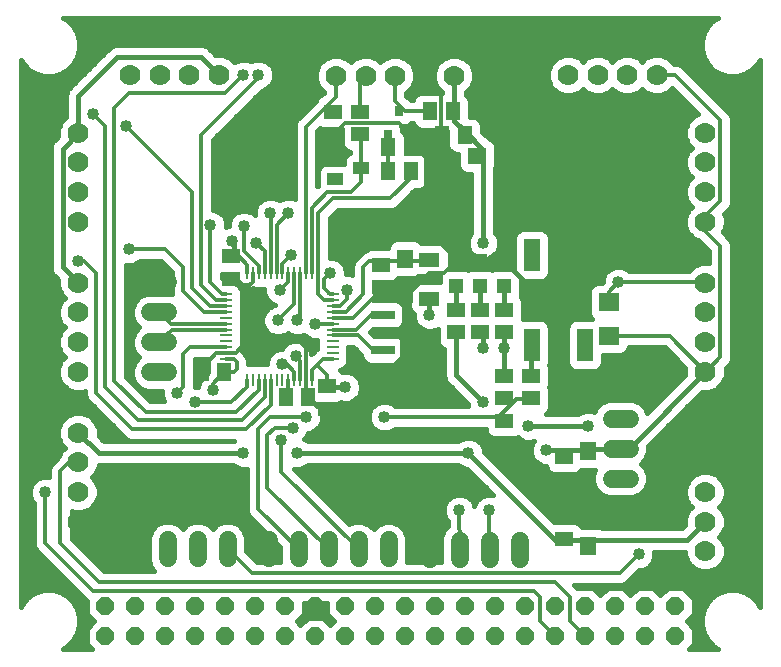
<source format=gtl>
G75*
G70*
%OFA0B0*%
%FSLAX24Y24*%
%IPPOS*%
%LPD*%
%AMOC8*
5,1,8,0,0,1.08239X$1,22.5*
%
%ADD10R,0.0512X0.0591*%
%ADD11R,0.0310X0.0350*%
%ADD12R,0.0630X0.0551*%
%ADD13C,0.0600*%
%ADD14R,0.0394X0.0079*%
%ADD15R,0.0079X0.0394*%
%ADD16R,0.0591X0.0512*%
%ADD17R,0.0551X0.0630*%
%ADD18R,0.0709X0.0472*%
%ADD19R,0.0710X0.0630*%
%ADD20C,0.0700*%
%ADD21R,0.0472X0.0472*%
%ADD22R,0.0787X0.0315*%
%ADD23OC8,0.0600*%
%ADD24R,0.0551X0.0394*%
%ADD25R,0.0551X0.1102*%
%ADD26C,0.0120*%
%ADD27C,0.0400*%
%ADD28C,0.0160*%
%ADD29C,0.0357*%
D10*
X009738Y009040D03*
X010486Y009040D03*
X007681Y009876D03*
X006933Y009876D03*
X013145Y016580D03*
X013893Y016580D03*
X013893Y017380D03*
X013145Y017380D03*
X014545Y018580D03*
X015293Y018580D03*
X014945Y017780D03*
X015693Y017780D03*
D11*
X013889Y017780D03*
X013129Y017780D03*
X013509Y018580D03*
D12*
X014928Y017080D03*
X016109Y017080D03*
D13*
X020594Y008338D02*
X021194Y008338D01*
X021194Y007338D02*
X020594Y007338D01*
X020594Y006338D02*
X021194Y006338D01*
X017521Y004265D02*
X017521Y003665D01*
X016521Y003665D02*
X016521Y004265D01*
X015521Y004265D02*
X015521Y003665D01*
X014521Y003665D02*
X014521Y004265D01*
X013156Y004273D02*
X013156Y003673D01*
X012156Y003673D02*
X012156Y004273D01*
X011156Y004273D02*
X011156Y003673D01*
X010156Y003673D02*
X010156Y004273D01*
X009156Y004273D02*
X009156Y003673D01*
X007791Y003680D02*
X007791Y004280D01*
X006791Y004280D02*
X006791Y003680D01*
X005791Y003680D02*
X005791Y004280D01*
X004791Y004280D02*
X004791Y003680D01*
X005219Y009880D02*
X005819Y009880D01*
X005819Y010880D02*
X005219Y010880D01*
X005219Y011880D02*
X005819Y011880D01*
X005819Y012880D02*
X005219Y012880D01*
D14*
X007750Y012485D03*
X007750Y012288D03*
X007750Y012091D03*
X007750Y011894D03*
X007750Y011697D03*
X007750Y011500D03*
X007750Y011304D03*
X007750Y011107D03*
X007750Y010910D03*
X007750Y010713D03*
X007750Y010516D03*
X007750Y010319D03*
X011293Y010319D03*
X011293Y010516D03*
X011293Y010713D03*
X011293Y010910D03*
X011293Y011107D03*
X011293Y011304D03*
X011293Y011500D03*
X011293Y011697D03*
X011293Y011894D03*
X011293Y012091D03*
X011293Y012288D03*
X011293Y012485D03*
D15*
X010604Y013174D03*
X010407Y013174D03*
X010211Y013174D03*
X010014Y013174D03*
X009817Y013174D03*
X009620Y013174D03*
X009423Y013174D03*
X009226Y013174D03*
X009030Y013174D03*
X008833Y013174D03*
X008636Y013174D03*
X008439Y013174D03*
X008439Y009630D03*
X008636Y009630D03*
X008833Y009630D03*
X009030Y009630D03*
X009226Y009630D03*
X009423Y009630D03*
X009620Y009630D03*
X009817Y009630D03*
X010014Y009630D03*
X010211Y009630D03*
X010407Y009630D03*
X010604Y009630D03*
D16*
X011096Y009414D03*
X011096Y008666D03*
X015419Y011206D03*
X015419Y011954D03*
X016219Y011954D03*
X016219Y011206D03*
X017019Y011206D03*
X017019Y011954D03*
X017019Y009754D03*
X017019Y009006D03*
X017019Y008254D03*
X017019Y007506D03*
X017919Y009006D03*
X017919Y009754D03*
X019019Y007054D03*
X019019Y006306D03*
X019019Y005054D03*
X019019Y004306D03*
X012919Y012706D03*
X012919Y013454D03*
X012219Y017806D03*
X012219Y018554D03*
X011319Y018554D03*
X011319Y017806D03*
X007898Y013745D03*
X007898Y012997D03*
D17*
X013719Y012489D03*
X013719Y013671D03*
X019819Y007271D03*
X019819Y006089D03*
X019819Y005271D03*
X019819Y004089D03*
D18*
X014517Y012332D03*
X014517Y013631D03*
D19*
X020496Y012214D03*
X020496Y011094D03*
D20*
X023719Y010888D03*
X023719Y009904D03*
X023719Y011872D03*
X023719Y012856D03*
X023719Y014904D03*
X023719Y015888D03*
X023719Y016872D03*
X023719Y017856D03*
X022095Y019780D03*
X021111Y019780D03*
X020127Y019780D03*
X019143Y019780D03*
X015341Y019767D03*
X014357Y019767D03*
X013372Y019767D03*
X012388Y019767D03*
X011404Y019767D03*
X007495Y019780D03*
X006511Y019780D03*
X005527Y019780D03*
X004543Y019780D03*
X002819Y017856D03*
X002819Y016872D03*
X002819Y015888D03*
X002819Y014904D03*
X002819Y012856D03*
X002819Y011872D03*
X002819Y010888D03*
X002819Y009904D03*
X002819Y007856D03*
X002819Y006872D03*
X002819Y005888D03*
X002819Y004904D03*
X023719Y004896D03*
X023719Y005880D03*
X023719Y006864D03*
X023719Y007849D03*
X023719Y003911D03*
D21*
X017019Y012767D03*
X016219Y012767D03*
X015419Y012767D03*
X015419Y013593D03*
X016219Y013593D03*
X017019Y013593D03*
D22*
X012967Y011796D03*
X012967Y011205D03*
X012967Y010615D03*
D23*
X012719Y002080D03*
X013719Y002080D03*
X014719Y002080D03*
X015719Y002080D03*
X016719Y002080D03*
X017719Y002080D03*
X018719Y002080D03*
X019719Y002080D03*
X020719Y002080D03*
X021719Y002080D03*
X022719Y002080D03*
X022719Y001080D03*
X021719Y001080D03*
X020719Y001080D03*
X019719Y001080D03*
X018719Y001080D03*
X017719Y001080D03*
X016719Y001080D03*
X015719Y001080D03*
X014719Y001080D03*
X013719Y001080D03*
X012719Y001080D03*
X011719Y001080D03*
X010719Y001080D03*
X009719Y001080D03*
X008719Y001080D03*
X007719Y001080D03*
X006719Y001080D03*
X005719Y001080D03*
X004719Y001080D03*
X003719Y001080D03*
X003719Y002080D03*
X004719Y002080D03*
X005719Y002080D03*
X006719Y002080D03*
X007719Y002080D03*
X008719Y002080D03*
X009719Y002080D03*
X010719Y002080D03*
X011719Y002080D03*
D24*
X011386Y016306D03*
X012252Y016680D03*
X011386Y017054D03*
D25*
X017933Y013776D03*
X019705Y013776D03*
X019705Y010784D03*
X017933Y010784D03*
D26*
X017919Y009006D02*
X017893Y008980D01*
X017419Y008980D01*
X017269Y008830D01*
X017093Y009006D01*
X017019Y009006D01*
X017019Y008980D01*
X017269Y008830D02*
X016819Y008380D01*
X016945Y008254D01*
X017019Y008254D01*
X017093Y008254D01*
X016819Y008380D02*
X013019Y008380D01*
X011819Y008580D02*
X011182Y008580D01*
X011096Y008666D01*
X011182Y008666D01*
X011126Y008666D02*
X011096Y008666D01*
X010860Y008666D01*
X010486Y009040D01*
X010407Y009119D01*
X010407Y009630D01*
X010407Y010691D01*
X010219Y010880D01*
X008419Y010880D01*
X008055Y010516D01*
X007750Y010516D01*
X007406Y010516D01*
X007159Y010270D01*
X007159Y009847D01*
X006933Y009876D01*
X007307Y009502D02*
X007681Y009876D01*
X007652Y009876D01*
X007681Y009876D02*
X007996Y009876D01*
X008095Y009975D01*
X008095Y010221D01*
X007996Y010319D01*
X007750Y010319D01*
X007750Y010713D02*
X006552Y010713D01*
X006319Y010480D01*
X006319Y009380D01*
X006119Y009180D01*
X006719Y008880D02*
X007919Y008880D01*
X008439Y009400D01*
X008439Y009630D01*
X008833Y009630D02*
X008833Y009294D01*
X008082Y008543D01*
X005056Y008543D01*
X004019Y009580D01*
X004019Y018680D01*
X004519Y019180D01*
X007719Y019180D01*
X008319Y019780D01*
X008819Y019780D02*
X008819Y019680D01*
X006919Y017780D01*
X006919Y012780D01*
X007404Y012295D01*
X007504Y012295D01*
X007504Y012288D01*
X007750Y012288D01*
X007750Y012485D02*
X007602Y012485D01*
X007602Y012497D01*
X007219Y012880D01*
X007219Y014780D01*
X008341Y014749D02*
X008341Y013912D01*
X008833Y013420D01*
X008833Y013174D01*
X009030Y013174D02*
X009030Y013910D01*
X008736Y014204D01*
X008163Y013745D02*
X007996Y013912D01*
X007898Y013745D02*
X008163Y013745D01*
X008439Y013469D01*
X008439Y013174D01*
X008636Y013174D02*
X008636Y012897D01*
X008419Y012680D01*
X008171Y012928D01*
X007898Y012928D01*
X007898Y012997D01*
X008419Y012680D02*
X008419Y010880D01*
X007750Y011304D02*
X005943Y011304D01*
X005519Y010880D01*
X005898Y011500D02*
X005519Y011880D01*
X005898Y011500D02*
X007750Y011500D01*
X007750Y011894D02*
X007005Y011894D01*
X006319Y012580D01*
X006319Y013380D01*
X005719Y013980D01*
X004519Y013980D01*
X003419Y013180D02*
X003019Y013580D01*
X002819Y013580D01*
X003419Y013180D02*
X003419Y009180D01*
X004619Y007980D01*
X008419Y007980D01*
X009226Y008787D01*
X009226Y009630D01*
X009030Y009630D02*
X009030Y009041D01*
X008268Y008280D01*
X004819Y008280D01*
X003719Y009380D01*
X003719Y018080D01*
X003319Y018480D01*
X004419Y018080D02*
X006619Y015880D01*
X006619Y012680D01*
X007208Y012091D01*
X007750Y012091D01*
X009226Y013174D02*
X009226Y015173D01*
X009219Y015180D01*
X009423Y014784D02*
X009819Y015180D01*
X009423Y014784D02*
X009423Y013174D01*
X009620Y013174D02*
X009620Y013481D01*
X009919Y013780D01*
X010014Y013174D02*
X010014Y012150D01*
X009472Y011608D01*
X010112Y011605D02*
X010211Y011704D01*
X010211Y013174D01*
X010407Y013174D02*
X010407Y018069D01*
X011069Y018730D01*
X011245Y018554D01*
X011319Y018554D01*
X011069Y018730D02*
X011404Y019065D01*
X011404Y019767D01*
X012219Y019598D02*
X012388Y019767D01*
X012219Y019598D02*
X012219Y018554D01*
X011719Y018180D02*
X013519Y018180D01*
X014119Y017580D01*
X014093Y017580D01*
X013893Y017380D01*
X013889Y017384D01*
X013889Y017780D01*
X013129Y017780D02*
X013129Y017380D01*
X013145Y017380D01*
X013129Y017380D02*
X013129Y016580D01*
X013145Y016580D01*
X013893Y016580D02*
X013893Y016354D01*
X013219Y015680D01*
X011319Y015680D01*
X010819Y015180D01*
X010819Y012480D01*
X011011Y012288D01*
X011293Y012288D01*
X011293Y012485D02*
X011214Y012485D01*
X011019Y012680D01*
X011019Y012980D01*
X011219Y013180D01*
X010604Y013174D02*
X010604Y015365D01*
X011119Y015880D01*
X011904Y015880D01*
X012252Y016228D01*
X012252Y016680D01*
X012252Y017773D01*
X012219Y017806D01*
X011719Y018180D02*
X011386Y017847D01*
X011352Y017847D01*
X011319Y017880D01*
X011319Y017806D01*
X011386Y017847D02*
X011386Y017054D01*
X013509Y018580D02*
X013519Y018580D01*
X013669Y018630D01*
X013372Y018926D01*
X013372Y019767D01*
X014357Y019767D02*
X014915Y019209D01*
X014915Y017776D01*
X014895Y017756D01*
X014895Y017754D01*
X014919Y017730D01*
X014945Y017756D01*
X014945Y017780D01*
X015693Y017780D02*
X015693Y017906D01*
X015341Y018580D02*
X015293Y018580D01*
X014545Y018580D02*
X013719Y018580D01*
X013669Y018630D01*
X014919Y017080D02*
X014928Y017080D01*
X016109Y017080D02*
X016319Y017080D01*
X014517Y013631D02*
X014519Y013629D01*
X014519Y013580D01*
X013719Y013580D01*
X013719Y013671D01*
X013719Y013580D02*
X012919Y013580D01*
X012919Y013454D01*
X012919Y013580D02*
X012519Y013580D01*
X012319Y013380D01*
X012319Y012480D01*
X011733Y011894D01*
X011293Y011894D01*
X011293Y011697D02*
X011982Y011697D01*
X012919Y012634D01*
X013819Y012634D01*
X013973Y012634D01*
X014519Y013180D01*
X015019Y013180D01*
X015419Y013580D01*
X015419Y013593D01*
X014517Y012332D02*
X014519Y012330D01*
X013819Y012634D02*
X013719Y012534D01*
X013719Y012489D01*
X012919Y012634D02*
X012919Y012706D01*
X012967Y011796D02*
X012573Y011796D01*
X012081Y011304D01*
X011293Y011304D01*
X011293Y011500D02*
X010739Y011500D01*
X010719Y011480D01*
X011293Y011107D02*
X012130Y011107D01*
X012622Y010615D01*
X012967Y010615D01*
X012967Y011205D02*
X013394Y011205D01*
X013619Y010980D01*
X013619Y010380D01*
X011819Y008580D01*
X011195Y008597D02*
X011126Y008666D01*
X010419Y008380D02*
X009219Y008380D01*
X008819Y007980D01*
X008819Y005310D01*
X010156Y003973D01*
X011156Y003973D02*
X009119Y006010D01*
X009119Y007780D01*
X009369Y008030D01*
X009969Y008030D01*
X009569Y007630D02*
X009569Y006560D01*
X012156Y003973D01*
X015521Y003978D02*
X015519Y005280D01*
X016519Y005280D02*
X016519Y003967D01*
X016521Y003965D01*
X015521Y003965D02*
X015521Y003978D01*
X018019Y002580D02*
X003319Y002580D01*
X001719Y004180D01*
X001719Y005880D01*
X002219Y006580D02*
X002519Y006880D01*
X002527Y006872D01*
X002819Y006872D01*
X002219Y006580D02*
X002219Y004180D01*
X003519Y002880D01*
X018719Y002880D01*
X019219Y002380D01*
X019219Y001580D01*
X019719Y001080D01*
X018719Y001080D02*
X018219Y001580D01*
X018219Y002380D01*
X018019Y002580D01*
X019019Y004306D02*
X019093Y004306D01*
X019119Y004280D01*
X019719Y004280D02*
X019828Y004171D01*
X019828Y004080D01*
X019819Y004089D01*
X019602Y005054D02*
X019819Y005271D01*
X021494Y003805D02*
X020869Y003180D01*
X008619Y003180D01*
X007819Y003980D01*
X007791Y003980D01*
X009738Y009040D02*
X009817Y009119D01*
X009817Y009630D01*
X010014Y009630D02*
X010014Y009885D01*
X009756Y010143D01*
X009619Y010143D01*
X010063Y010416D02*
X010211Y010269D01*
X010211Y009630D01*
X010604Y009630D02*
X010604Y009965D01*
X010769Y010130D01*
X011096Y009802D01*
X011096Y009414D01*
X011215Y009414D01*
X011264Y009365D01*
X011279Y009380D01*
X011264Y009365D02*
X011264Y009512D01*
X010769Y010130D02*
X010958Y010319D01*
X011293Y010319D01*
X011293Y012091D02*
X011539Y012091D01*
X011785Y012337D01*
X011785Y012632D01*
X009817Y012900D02*
X009534Y012618D01*
X009817Y012900D02*
X009817Y013174D01*
X007681Y009876D02*
X007681Y009857D01*
X007307Y009502D02*
X007307Y009284D01*
X019019Y007271D02*
X019019Y007054D01*
X020496Y011094D02*
X022528Y011094D01*
X023719Y009904D01*
X023743Y009904D01*
X024219Y010380D01*
X024219Y014080D01*
X023719Y014580D01*
X023719Y014904D01*
X023719Y015080D01*
X024219Y015580D01*
X024219Y018280D01*
X022719Y019780D01*
X022095Y019780D01*
X020819Y012880D02*
X020496Y012557D01*
X020496Y012214D01*
X020819Y012880D02*
X023695Y012880D01*
X023719Y012856D01*
D27*
X020819Y012880D03*
X018622Y012693D03*
X017019Y010680D03*
X016319Y010680D03*
X014519Y011780D03*
X011785Y012632D03*
X011219Y013180D03*
X009919Y013780D03*
X009534Y012618D03*
X009472Y011608D03*
X010112Y011605D03*
X010719Y011480D03*
X010063Y010416D03*
X009619Y010143D03*
X011719Y009380D03*
X013019Y008380D03*
X010419Y008380D03*
X009969Y008030D03*
X009569Y007630D03*
X010119Y007180D03*
X008319Y007180D03*
X006719Y008880D03*
X007307Y009284D03*
X006119Y009180D03*
X001719Y005880D03*
X002819Y013580D03*
X004519Y013980D03*
X007219Y014780D03*
X007947Y014256D03*
X008341Y014749D03*
X008736Y014204D03*
X009219Y015180D03*
X009819Y015180D03*
X004419Y018080D03*
X003319Y018480D03*
X008319Y019780D03*
X008819Y019780D03*
X016319Y014180D03*
X016319Y008880D03*
X017819Y008080D03*
X018419Y007280D03*
X019819Y008080D03*
X019319Y005680D03*
X021494Y003805D03*
X016519Y005280D03*
X015519Y005280D03*
X015819Y007180D03*
D28*
X002452Y000755D02*
X002296Y000665D01*
X003257Y000665D01*
X003099Y000823D01*
X003099Y001337D01*
X003342Y001580D01*
X003099Y001823D01*
X003099Y002263D01*
X002997Y002365D01*
X001504Y003858D01*
X001397Y003965D01*
X001339Y004104D01*
X001339Y005525D01*
X001278Y005585D01*
X001199Y005777D01*
X001199Y005983D01*
X001278Y006175D01*
X001424Y006321D01*
X001615Y006400D01*
X001822Y006400D01*
X001839Y006393D01*
X001839Y006656D01*
X001897Y006795D01*
X002179Y007077D01*
X002251Y007252D01*
X002364Y007364D01*
X002251Y007477D01*
X002149Y007723D01*
X002149Y007990D01*
X002251Y008236D01*
X002439Y008424D01*
X002686Y008526D01*
X002952Y008526D01*
X003198Y008424D01*
X003387Y008236D01*
X003489Y007990D01*
X003489Y007752D01*
X003661Y007580D01*
X007984Y007580D01*
X008004Y007600D01*
X004543Y007600D01*
X004404Y007658D01*
X003097Y008965D01*
X003039Y009104D01*
X003039Y009270D01*
X002952Y009234D01*
X002686Y009234D01*
X002439Y009336D01*
X002251Y009524D01*
X002149Y009770D01*
X002149Y010037D01*
X002251Y010283D01*
X002364Y010396D01*
X002251Y010508D01*
X002149Y010755D01*
X002149Y011021D01*
X002251Y011267D01*
X002364Y011380D01*
X002251Y011493D01*
X002149Y011739D01*
X002149Y012005D01*
X002251Y012252D01*
X002364Y012364D01*
X002251Y012477D01*
X002149Y012723D01*
X002149Y012961D01*
X002066Y013044D01*
X002066Y013044D01*
X001953Y013156D01*
X001893Y013303D01*
X001893Y017410D01*
X001953Y017557D01*
X002066Y017669D01*
X002066Y017669D01*
X002149Y017752D01*
X002149Y017990D01*
X002251Y018236D01*
X002419Y018404D01*
X002419Y019160D01*
X002480Y019307D01*
X003780Y020607D01*
X003892Y020719D01*
X004039Y020780D01*
X006975Y020780D01*
X007122Y020719D01*
X007391Y020450D01*
X007629Y020450D01*
X007875Y020348D01*
X008013Y020210D01*
X008024Y020221D01*
X008215Y020300D01*
X008422Y020300D01*
X008569Y020239D01*
X008715Y020300D01*
X008922Y020300D01*
X009113Y020221D01*
X009260Y020075D01*
X009339Y019883D01*
X009339Y019677D01*
X009260Y019485D01*
X009113Y019339D01*
X008946Y019270D01*
X007299Y017623D01*
X007299Y015300D01*
X007322Y015300D01*
X007513Y015221D01*
X007660Y015075D01*
X007739Y014883D01*
X007739Y014733D01*
X007821Y014767D01*
X007821Y014852D01*
X007900Y015043D01*
X008046Y015189D01*
X008237Y015269D01*
X008444Y015269D01*
X008635Y015189D01*
X008699Y015126D01*
X008699Y015283D01*
X008778Y015475D01*
X008924Y015621D01*
X009115Y015700D01*
X009322Y015700D01*
X009513Y015621D01*
X009519Y015615D01*
X009524Y015621D01*
X009715Y015700D01*
X009922Y015700D01*
X010027Y015656D01*
X010027Y018144D01*
X010085Y018284D01*
X010192Y018391D01*
X010724Y018922D01*
X010752Y018991D01*
X010842Y019081D01*
X010911Y019110D01*
X011012Y019211D01*
X010836Y019387D01*
X010734Y019634D01*
X010734Y019900D01*
X010836Y020147D01*
X011024Y020335D01*
X011271Y020437D01*
X011537Y020437D01*
X011783Y020335D01*
X011896Y020222D01*
X012009Y020335D01*
X012255Y020437D01*
X012521Y020437D01*
X012768Y020335D01*
X012880Y020222D01*
X012993Y020335D01*
X013239Y020437D01*
X013506Y020437D01*
X013752Y020335D01*
X013940Y020147D01*
X014042Y019900D01*
X014042Y019634D01*
X013940Y019387D01*
X013752Y019199D01*
X013752Y019084D01*
X013785Y019051D01*
X013845Y019026D01*
X013911Y018960D01*
X013978Y018960D01*
X014018Y019057D01*
X014108Y019147D01*
X014225Y019195D01*
X014864Y019195D01*
X014919Y019173D01*
X014941Y019182D01*
X014941Y019219D01*
X014773Y019387D01*
X014671Y019634D01*
X014671Y019900D01*
X014773Y020147D01*
X014961Y020335D01*
X015208Y020437D01*
X015474Y020437D01*
X015720Y020335D01*
X015909Y020147D01*
X016011Y019900D01*
X016011Y019634D01*
X015909Y019387D01*
X015741Y019219D01*
X015741Y019136D01*
X015820Y019057D01*
X015869Y018939D01*
X015869Y018395D01*
X016012Y018395D01*
X016130Y018347D01*
X016220Y018257D01*
X016269Y018139D01*
X016269Y017896D01*
X016490Y017675D01*
X016606Y017627D01*
X016696Y017537D01*
X016744Y017419D01*
X016744Y016741D01*
X016719Y016679D01*
X016719Y014515D01*
X016760Y014475D01*
X016839Y014283D01*
X016839Y014077D01*
X016760Y013885D01*
X016613Y013739D01*
X016422Y013660D01*
X016215Y013660D01*
X016024Y013739D01*
X015878Y013885D01*
X015799Y014077D01*
X015799Y014283D01*
X015878Y014475D01*
X015919Y014515D01*
X015919Y016484D01*
X015731Y016484D01*
X015613Y016533D01*
X015523Y016623D01*
X015475Y016741D01*
X015475Y017165D01*
X015373Y017165D01*
X015256Y017213D01*
X015166Y017303D01*
X015117Y017421D01*
X015117Y017916D01*
X015069Y017965D01*
X014973Y017965D01*
X014919Y017987D01*
X014864Y017965D01*
X014225Y017965D01*
X014108Y018013D01*
X014018Y018103D01*
X013978Y018200D01*
X013911Y018200D01*
X013845Y018134D01*
X013728Y018085D01*
X013576Y018085D01*
X013604Y018019D01*
X013604Y017925D01*
X013672Y017857D01*
X013721Y017739D01*
X013721Y017195D01*
X014212Y017195D01*
X014330Y017147D01*
X014420Y017057D01*
X014469Y016939D01*
X014469Y016221D01*
X014420Y016103D01*
X014330Y016013D01*
X014212Y015965D01*
X014041Y015965D01*
X013541Y015465D01*
X013541Y015465D01*
X013434Y015358D01*
X013295Y015300D01*
X011476Y015300D01*
X011199Y015023D01*
X011199Y013700D01*
X011322Y013700D01*
X011513Y013621D01*
X011660Y013475D01*
X011739Y013283D01*
X011739Y013152D01*
X011889Y013152D01*
X011939Y013132D01*
X011939Y013456D01*
X011997Y013595D01*
X012197Y013795D01*
X012304Y013902D01*
X012405Y013944D01*
X012442Y013981D01*
X012560Y014030D01*
X013123Y014030D01*
X013123Y014049D01*
X013172Y014167D01*
X013262Y014257D01*
X013380Y014306D01*
X014058Y014306D01*
X014176Y014257D01*
X014245Y014187D01*
X014935Y014187D01*
X015052Y014139D01*
X015142Y014049D01*
X015191Y013931D01*
X015191Y013331D01*
X015187Y013323D01*
X015719Y013323D01*
X015819Y013281D01*
X015919Y013323D01*
X016519Y013323D01*
X016619Y013281D01*
X016719Y013323D01*
X017319Y013323D01*
X017337Y013315D01*
X017337Y014391D01*
X017386Y014509D01*
X017476Y014599D01*
X017594Y014647D01*
X018272Y014647D01*
X018390Y014599D01*
X018480Y014509D01*
X018529Y014391D01*
X018529Y013161D01*
X018480Y013044D01*
X018390Y012954D01*
X018272Y012905D01*
X017594Y012905D01*
X017575Y012913D01*
X017575Y012467D01*
X017556Y012421D01*
X017585Y012391D01*
X017634Y012274D01*
X017634Y011655D01*
X018272Y011655D01*
X018390Y011606D01*
X018480Y011516D01*
X018529Y011399D01*
X018529Y010169D01*
X018512Y010128D01*
X018534Y010074D01*
X018534Y009434D01*
X018512Y009380D01*
X018534Y009326D01*
X018534Y008686D01*
X018485Y008569D01*
X018397Y008480D01*
X019484Y008480D01*
X019524Y008521D01*
X019715Y008600D01*
X019922Y008600D01*
X020015Y008561D01*
X020069Y008689D01*
X020243Y008864D01*
X020471Y008958D01*
X021317Y008958D01*
X021545Y008864D01*
X021720Y008689D01*
X021784Y008534D01*
X023049Y009799D01*
X023049Y010036D01*
X022371Y010714D01*
X021170Y010714D01*
X021122Y010598D01*
X021032Y010508D01*
X020915Y010459D01*
X020300Y010459D01*
X020300Y010169D01*
X020252Y010051D01*
X020162Y009961D01*
X020044Y009913D01*
X019365Y009913D01*
X019248Y009961D01*
X019158Y010051D01*
X019109Y010169D01*
X019109Y011399D01*
X019158Y011516D01*
X019248Y011606D01*
X019365Y011655D01*
X019932Y011655D01*
X019870Y011718D01*
X019821Y011835D01*
X019821Y012592D01*
X019870Y012710D01*
X019960Y012800D01*
X020078Y012849D01*
X020250Y012849D01*
X020299Y012897D01*
X020299Y012983D01*
X020378Y013175D01*
X020524Y013321D01*
X020715Y013400D01*
X020922Y013400D01*
X021113Y013321D01*
X021174Y013260D01*
X023175Y013260D01*
X023339Y013424D01*
X023586Y013526D01*
X023839Y013526D01*
X023839Y013923D01*
X023504Y014258D01*
X023487Y014274D01*
X023339Y014336D01*
X023151Y014524D01*
X023049Y014770D01*
X023049Y015037D01*
X023151Y015283D01*
X023264Y015396D01*
X023151Y015508D01*
X023049Y015755D01*
X023049Y016021D01*
X023151Y016267D01*
X023264Y016380D01*
X023151Y016493D01*
X023049Y016739D01*
X023049Y017005D01*
X023151Y017252D01*
X023264Y017364D01*
X023151Y017477D01*
X023049Y017723D01*
X023049Y017990D01*
X023151Y018236D01*
X023339Y018424D01*
X023479Y018482D01*
X022612Y019349D01*
X022475Y019212D01*
X022229Y019110D01*
X021962Y019110D01*
X021716Y019212D01*
X021603Y019325D01*
X021491Y019212D01*
X021244Y019110D01*
X020978Y019110D01*
X020732Y019212D01*
X020619Y019325D01*
X020506Y019212D01*
X020260Y019110D01*
X019994Y019110D01*
X019747Y019212D01*
X019635Y019325D01*
X019522Y019212D01*
X019276Y019110D01*
X019009Y019110D01*
X018763Y019212D01*
X018575Y019400D01*
X018473Y019647D01*
X018473Y019913D01*
X018575Y020160D01*
X018763Y020348D01*
X019009Y020450D01*
X019276Y020450D01*
X019522Y020348D01*
X019635Y020235D01*
X019747Y020348D01*
X019994Y020450D01*
X020260Y020450D01*
X020506Y020348D01*
X020619Y020235D01*
X020732Y020348D01*
X020978Y020450D01*
X021244Y020450D01*
X021491Y020348D01*
X021603Y020235D01*
X021716Y020348D01*
X021962Y020450D01*
X022229Y020450D01*
X022475Y020348D01*
X022663Y020160D01*
X022795Y020160D01*
X022934Y020102D01*
X023041Y019995D01*
X024541Y018495D01*
X024599Y018356D01*
X024599Y015504D01*
X024541Y015365D01*
X024434Y015258D01*
X024337Y015161D01*
X024389Y015037D01*
X024389Y014770D01*
X024294Y014542D01*
X024541Y014295D01*
X024599Y014156D01*
X024599Y010304D01*
X024541Y010165D01*
X024434Y010058D01*
X024389Y010013D01*
X024389Y009770D01*
X024287Y009524D01*
X024098Y009336D01*
X023852Y009234D01*
X023615Y009234D01*
X021814Y007433D01*
X021814Y007215D01*
X021720Y006987D01*
X021571Y006838D01*
X021720Y006689D01*
X021814Y006462D01*
X021814Y006215D01*
X021720Y005987D01*
X021545Y005813D01*
X021317Y005718D01*
X020471Y005718D01*
X020243Y005813D01*
X020069Y005987D01*
X019974Y006215D01*
X019974Y006462D01*
X020046Y006636D01*
X019593Y006636D01*
X019585Y006617D01*
X019495Y006527D01*
X019378Y006478D01*
X018660Y006478D01*
X018542Y006527D01*
X018452Y006617D01*
X018404Y006734D01*
X018404Y006760D01*
X018315Y006760D01*
X018124Y006839D01*
X017978Y006985D01*
X017899Y007177D01*
X017899Y007383D01*
X017978Y007575D01*
X017993Y007589D01*
X017922Y007560D01*
X017715Y007560D01*
X017524Y007639D01*
X017454Y007710D01*
X017378Y007678D01*
X016660Y007678D01*
X016542Y007727D01*
X016452Y007817D01*
X016404Y007934D01*
X016404Y008000D01*
X013374Y008000D01*
X013313Y007939D01*
X013122Y007860D01*
X012915Y007860D01*
X012724Y007939D01*
X012578Y008085D01*
X012499Y008277D01*
X012499Y008483D01*
X012578Y008675D01*
X012724Y008821D01*
X012915Y008900D01*
X013122Y008900D01*
X013313Y008821D01*
X013374Y008760D01*
X015806Y008760D01*
X015799Y008777D01*
X015799Y008834D01*
X015080Y009553D01*
X015019Y009700D01*
X015019Y010647D01*
X014942Y010679D01*
X014852Y010769D01*
X014804Y010886D01*
X014804Y011335D01*
X014622Y011260D01*
X014415Y011260D01*
X014224Y011339D01*
X014078Y011485D01*
X013999Y011677D01*
X013999Y011817D01*
X013981Y011824D01*
X013891Y011914D01*
X013842Y012032D01*
X013842Y012632D01*
X013891Y012749D01*
X013981Y012839D01*
X014099Y012888D01*
X014863Y012888D01*
X014863Y013066D01*
X014866Y013075D01*
X014153Y013075D01*
X014058Y013036D01*
X013493Y013036D01*
X013485Y013017D01*
X013395Y012927D01*
X013278Y012878D01*
X012699Y012878D01*
X012699Y012404D01*
X012645Y012273D01*
X013424Y012273D01*
X013542Y012225D01*
X013632Y012134D01*
X013680Y012017D01*
X013680Y011575D01*
X013632Y011457D01*
X013542Y011367D01*
X013424Y011318D01*
X012633Y011318D01*
X012544Y011230D01*
X012682Y011092D01*
X013424Y011092D01*
X013542Y011043D01*
X013632Y010953D01*
X013680Y010836D01*
X013680Y010394D01*
X013632Y010276D01*
X013542Y010186D01*
X013424Y010137D01*
X012509Y010137D01*
X012392Y010186D01*
X012302Y010276D01*
X012253Y010394D01*
X012253Y010446D01*
X011973Y010727D01*
X011810Y010727D01*
X011810Y010216D01*
X011761Y010099D01*
X011671Y010009D01*
X011554Y009960D01*
X011527Y009960D01*
X011573Y009941D01*
X011614Y009900D01*
X011615Y009900D01*
X011822Y009900D01*
X012013Y009821D01*
X012160Y009675D01*
X012239Y009483D01*
X012239Y009277D01*
X012160Y009085D01*
X012013Y008939D01*
X011822Y008860D01*
X011615Y008860D01*
X011562Y008882D01*
X011455Y008838D01*
X010738Y008838D01*
X010620Y008887D01*
X010530Y008977D01*
X010481Y009094D01*
X010481Y009122D01*
X010407Y009152D01*
X010314Y009114D01*
X010314Y008899D01*
X010315Y008900D01*
X010522Y008900D01*
X010713Y008821D01*
X010860Y008675D01*
X010939Y008483D01*
X010939Y008277D01*
X010860Y008085D01*
X010713Y007939D01*
X010522Y007860D01*
X010461Y007860D01*
X010410Y007735D01*
X010330Y007655D01*
X010413Y007621D01*
X010454Y007580D01*
X015484Y007580D01*
X015524Y007621D01*
X015715Y007700D01*
X015922Y007700D01*
X016113Y007621D01*
X016260Y007475D01*
X016339Y007283D01*
X016339Y007226D01*
X018683Y004882D01*
X019378Y004882D01*
X019495Y004833D01*
X019585Y004743D01*
X019593Y004724D01*
X020158Y004724D01*
X020265Y004680D01*
X022937Y004680D01*
X023049Y004791D01*
X023049Y005029D01*
X023151Y005275D01*
X023264Y005388D01*
X023151Y005500D01*
X023049Y005747D01*
X023049Y006013D01*
X023151Y006260D01*
X023339Y006448D01*
X023586Y006550D01*
X023852Y006550D01*
X024098Y006448D01*
X024287Y006260D01*
X024389Y006013D01*
X024389Y005747D01*
X024287Y005500D01*
X024174Y005388D01*
X024287Y005275D01*
X024389Y005029D01*
X024389Y004762D01*
X024287Y004516D01*
X024174Y004404D01*
X024287Y004291D01*
X024389Y004045D01*
X024389Y003778D01*
X024287Y003532D01*
X024098Y003343D01*
X023852Y003241D01*
X023586Y003241D01*
X023339Y003343D01*
X023151Y003532D01*
X023049Y003778D01*
X023049Y003880D01*
X022014Y003880D01*
X022014Y003701D01*
X021935Y003510D01*
X021789Y003364D01*
X021598Y003285D01*
X021512Y003285D01*
X021085Y002858D01*
X020945Y002800D01*
X019336Y002800D01*
X019449Y002687D01*
X019462Y002700D01*
X019976Y002700D01*
X020219Y002457D01*
X020462Y002700D01*
X020976Y002700D01*
X021219Y002457D01*
X021462Y002700D01*
X021976Y002700D01*
X022219Y002457D01*
X022462Y002700D01*
X022976Y002700D01*
X023339Y002337D01*
X023339Y001823D01*
X023096Y001580D01*
X023339Y001337D01*
X023339Y000823D01*
X023181Y000665D01*
X024141Y000665D01*
X023986Y000755D01*
X023794Y000947D01*
X023658Y001182D01*
X023588Y001444D01*
X023588Y001716D01*
X023658Y001978D01*
X023794Y002213D01*
X023986Y002405D01*
X024221Y002541D01*
X024483Y002611D01*
X024755Y002611D01*
X025017Y002541D01*
X025252Y002405D01*
X025444Y002213D01*
X025534Y002058D01*
X025534Y020302D01*
X025444Y020147D01*
X025252Y019955D01*
X025017Y019819D01*
X024755Y019749D01*
X024483Y019749D01*
X024221Y019819D01*
X023986Y019955D01*
X023794Y020147D01*
X023658Y020382D01*
X023588Y020644D01*
X023588Y020916D01*
X023658Y021178D01*
X023794Y021413D01*
X023986Y021605D01*
X024141Y021695D01*
X002296Y021695D01*
X002452Y021605D01*
X002644Y021413D01*
X002780Y021178D01*
X002850Y020916D01*
X002850Y020644D01*
X002780Y020382D01*
X002644Y020147D01*
X002452Y019955D01*
X002217Y019819D01*
X001955Y019749D01*
X001683Y019749D01*
X001421Y019819D01*
X001186Y019955D01*
X000994Y020147D01*
X000904Y020302D01*
X000904Y002058D01*
X000994Y002213D01*
X001186Y002405D01*
X001421Y002541D01*
X001683Y002611D01*
X001955Y002611D01*
X002217Y002541D01*
X002452Y002405D01*
X002644Y002213D01*
X002780Y001978D01*
X002850Y001716D01*
X002850Y001444D01*
X002780Y001182D01*
X002644Y000947D01*
X002452Y000755D01*
X002511Y000814D02*
X003108Y000814D01*
X003099Y000973D02*
X002659Y000973D01*
X002750Y001131D02*
X003099Y001131D01*
X003099Y001290D02*
X002809Y001290D01*
X002850Y001448D02*
X003210Y001448D01*
X003316Y001607D02*
X002850Y001607D01*
X002837Y001765D02*
X003157Y001765D01*
X003099Y001924D02*
X002794Y001924D01*
X002720Y002082D02*
X003099Y002082D01*
X003099Y002241D02*
X002617Y002241D01*
X002458Y002399D02*
X002963Y002399D01*
X002804Y002558D02*
X002155Y002558D01*
X002487Y002875D02*
X000904Y002875D01*
X000904Y003033D02*
X002329Y003033D01*
X002170Y003192D02*
X000904Y003192D01*
X000904Y003350D02*
X002012Y003350D01*
X001853Y003509D02*
X000904Y003509D01*
X000904Y003667D02*
X001695Y003667D01*
X001536Y003826D02*
X000904Y003826D01*
X000904Y003984D02*
X001389Y003984D01*
X001339Y004143D02*
X000904Y004143D01*
X000904Y004301D02*
X001339Y004301D01*
X001339Y004460D02*
X000904Y004460D01*
X000904Y004618D02*
X001339Y004618D01*
X001339Y004777D02*
X000904Y004777D01*
X000904Y004935D02*
X001339Y004935D01*
X001339Y005094D02*
X000904Y005094D01*
X000904Y005252D02*
X001339Y005252D01*
X001339Y005411D02*
X000904Y005411D01*
X000904Y005569D02*
X001295Y005569D01*
X001219Y005728D02*
X000904Y005728D01*
X000904Y005886D02*
X001199Y005886D01*
X001224Y006045D02*
X000904Y006045D01*
X000904Y006203D02*
X001307Y006203D01*
X001523Y006362D02*
X000904Y006362D01*
X000904Y006520D02*
X001839Y006520D01*
X001848Y006679D02*
X000904Y006679D01*
X000904Y006837D02*
X001939Y006837D01*
X002097Y006996D02*
X000904Y006996D01*
X000904Y007154D02*
X002210Y007154D01*
X002312Y007313D02*
X000904Y007313D01*
X000904Y007471D02*
X002257Y007471D01*
X002188Y007630D02*
X000904Y007630D01*
X000904Y007788D02*
X002149Y007788D01*
X002149Y007947D02*
X000904Y007947D01*
X000904Y008105D02*
X002197Y008105D01*
X002279Y008264D02*
X000904Y008264D01*
X000904Y008422D02*
X002437Y008422D01*
X003164Y008898D02*
X000904Y008898D01*
X000904Y009056D02*
X003059Y009056D01*
X003039Y009215D02*
X000904Y009215D01*
X000904Y009373D02*
X002402Y009373D01*
X002248Y009532D02*
X000904Y009532D01*
X000904Y009690D02*
X002182Y009690D01*
X002149Y009849D02*
X000904Y009849D01*
X000904Y010007D02*
X002149Y010007D01*
X002202Y010166D02*
X000904Y010166D01*
X000904Y010324D02*
X002292Y010324D01*
X002277Y010483D02*
X000904Y010483D01*
X000904Y010641D02*
X002196Y010641D01*
X002149Y010800D02*
X000904Y010800D01*
X000904Y010958D02*
X002149Y010958D01*
X002188Y011117D02*
X000904Y011117D01*
X000904Y011275D02*
X002259Y011275D01*
X002310Y011434D02*
X000904Y011434D01*
X000904Y011592D02*
X002210Y011592D01*
X002149Y011751D02*
X000904Y011751D01*
X000904Y011909D02*
X002149Y011909D01*
X002175Y012068D02*
X000904Y012068D01*
X000904Y012226D02*
X002240Y012226D01*
X002343Y012385D02*
X000904Y012385D01*
X000904Y012543D02*
X002224Y012543D01*
X002158Y012702D02*
X000904Y012702D01*
X000904Y012860D02*
X002149Y012860D01*
X002091Y013019D02*
X000904Y013019D01*
X000904Y013177D02*
X001945Y013177D01*
X001893Y013336D02*
X000904Y013336D01*
X000904Y013494D02*
X001893Y013494D01*
X001893Y013653D02*
X000904Y013653D01*
X000904Y013811D02*
X001893Y013811D01*
X001893Y013970D02*
X000904Y013970D01*
X000904Y014128D02*
X001893Y014128D01*
X001893Y014287D02*
X000904Y014287D01*
X000904Y014445D02*
X001893Y014445D01*
X001893Y014604D02*
X000904Y014604D01*
X000904Y014762D02*
X001893Y014762D01*
X001893Y014921D02*
X000904Y014921D01*
X000904Y015079D02*
X001893Y015079D01*
X001893Y015238D02*
X000904Y015238D01*
X000904Y015396D02*
X001893Y015396D01*
X001893Y015555D02*
X000904Y015555D01*
X000904Y015713D02*
X001893Y015713D01*
X001893Y015872D02*
X000904Y015872D01*
X000904Y016030D02*
X001893Y016030D01*
X001893Y016189D02*
X000904Y016189D01*
X000904Y016347D02*
X001893Y016347D01*
X001893Y016506D02*
X000904Y016506D01*
X000904Y016664D02*
X001893Y016664D01*
X001893Y016823D02*
X000904Y016823D01*
X000904Y016981D02*
X001893Y016981D01*
X001893Y017140D02*
X000904Y017140D01*
X000904Y017298D02*
X001893Y017298D01*
X001912Y017457D02*
X000904Y017457D01*
X000904Y017615D02*
X002012Y017615D01*
X002149Y017774D02*
X000904Y017774D01*
X000904Y017932D02*
X002149Y017932D01*
X002191Y018091D02*
X000904Y018091D01*
X000904Y018249D02*
X002264Y018249D01*
X002419Y018408D02*
X000904Y018408D01*
X000904Y018566D02*
X002419Y018566D01*
X002419Y018725D02*
X000904Y018725D01*
X000904Y018883D02*
X002419Y018883D01*
X002419Y019042D02*
X000904Y019042D01*
X000904Y019200D02*
X002436Y019200D01*
X002532Y019359D02*
X000904Y019359D01*
X000904Y019517D02*
X002690Y019517D01*
X002849Y019676D02*
X000904Y019676D01*
X000904Y019834D02*
X001395Y019834D01*
X001148Y019993D02*
X000904Y019993D01*
X000904Y020151D02*
X000991Y020151D01*
X002243Y019834D02*
X003007Y019834D01*
X003166Y019993D02*
X002490Y019993D01*
X002646Y020151D02*
X003324Y020151D01*
X003483Y020310D02*
X002738Y020310D01*
X002803Y020468D02*
X003641Y020468D01*
X003800Y020627D02*
X002845Y020627D01*
X002850Y020785D02*
X023588Y020785D01*
X023592Y020627D02*
X007214Y020627D01*
X007373Y020468D02*
X023635Y020468D01*
X023700Y020310D02*
X022513Y020310D01*
X022816Y020151D02*
X023791Y020151D01*
X023948Y019993D02*
X023044Y019993D01*
X023202Y019834D02*
X024195Y019834D01*
X023678Y019359D02*
X025534Y019359D01*
X025534Y019517D02*
X023519Y019517D01*
X023361Y019676D02*
X025534Y019676D01*
X025534Y019834D02*
X025043Y019834D01*
X025290Y019993D02*
X025534Y019993D01*
X025534Y020151D02*
X025446Y020151D01*
X025534Y019200D02*
X023836Y019200D01*
X023995Y019042D02*
X025534Y019042D01*
X025534Y018883D02*
X024153Y018883D01*
X024312Y018725D02*
X025534Y018725D01*
X025534Y018566D02*
X024470Y018566D01*
X024577Y018408D02*
X025534Y018408D01*
X025534Y018249D02*
X024599Y018249D01*
X024599Y018091D02*
X025534Y018091D01*
X025534Y017932D02*
X024599Y017932D01*
X024599Y017774D02*
X025534Y017774D01*
X025534Y017615D02*
X024599Y017615D01*
X024599Y017457D02*
X025534Y017457D01*
X025534Y017298D02*
X024599Y017298D01*
X024599Y017140D02*
X025534Y017140D01*
X025534Y016981D02*
X024599Y016981D01*
X024599Y016823D02*
X025534Y016823D01*
X025534Y016664D02*
X024599Y016664D01*
X024599Y016506D02*
X025534Y016506D01*
X025534Y016347D02*
X024599Y016347D01*
X024599Y016189D02*
X025534Y016189D01*
X025534Y016030D02*
X024599Y016030D01*
X024599Y015872D02*
X025534Y015872D01*
X025534Y015713D02*
X024599Y015713D01*
X024599Y015555D02*
X025534Y015555D01*
X025534Y015396D02*
X024554Y015396D01*
X024414Y015238D02*
X025534Y015238D01*
X025534Y015079D02*
X024371Y015079D01*
X024389Y014921D02*
X025534Y014921D01*
X025534Y014762D02*
X024385Y014762D01*
X024320Y014604D02*
X025534Y014604D01*
X025534Y014445D02*
X024391Y014445D01*
X024545Y014287D02*
X025534Y014287D01*
X025534Y014128D02*
X024599Y014128D01*
X024599Y013970D02*
X025534Y013970D01*
X025534Y013811D02*
X024599Y013811D01*
X024599Y013653D02*
X025534Y013653D01*
X025534Y013494D02*
X024599Y013494D01*
X024599Y013336D02*
X025534Y013336D01*
X025534Y013177D02*
X024599Y013177D01*
X024599Y013019D02*
X025534Y013019D01*
X025534Y012860D02*
X024599Y012860D01*
X024599Y012702D02*
X025534Y012702D01*
X025534Y012543D02*
X024599Y012543D01*
X024599Y012385D02*
X025534Y012385D01*
X025534Y012226D02*
X024599Y012226D01*
X024599Y012068D02*
X025534Y012068D01*
X025534Y011909D02*
X024599Y011909D01*
X024599Y011751D02*
X025534Y011751D01*
X025534Y011592D02*
X024599Y011592D01*
X024599Y011434D02*
X025534Y011434D01*
X025534Y011275D02*
X024599Y011275D01*
X024599Y011117D02*
X025534Y011117D01*
X025534Y010958D02*
X024599Y010958D01*
X024599Y010800D02*
X025534Y010800D01*
X025534Y010641D02*
X024599Y010641D01*
X024599Y010483D02*
X025534Y010483D01*
X025534Y010324D02*
X024599Y010324D01*
X024541Y010166D02*
X025534Y010166D01*
X025534Y010007D02*
X024389Y010007D01*
X024389Y009849D02*
X025534Y009849D01*
X025534Y009690D02*
X024356Y009690D01*
X024290Y009532D02*
X025534Y009532D01*
X025534Y009373D02*
X024136Y009373D01*
X023595Y009215D02*
X025534Y009215D01*
X025534Y009056D02*
X023437Y009056D01*
X023278Y008898D02*
X025534Y008898D01*
X025534Y008739D02*
X023120Y008739D01*
X022961Y008581D02*
X025534Y008581D01*
X025534Y008422D02*
X022803Y008422D01*
X022644Y008264D02*
X025534Y008264D01*
X025534Y008105D02*
X022486Y008105D01*
X022327Y007947D02*
X025534Y007947D01*
X025534Y007788D02*
X022169Y007788D01*
X022010Y007630D02*
X025534Y007630D01*
X025534Y007471D02*
X021852Y007471D01*
X021814Y007313D02*
X025534Y007313D01*
X025534Y007154D02*
X021789Y007154D01*
X021723Y006996D02*
X025534Y006996D01*
X025534Y006837D02*
X021572Y006837D01*
X021724Y006679D02*
X025534Y006679D01*
X025534Y006520D02*
X023925Y006520D01*
X024185Y006362D02*
X025534Y006362D01*
X025534Y006203D02*
X024310Y006203D01*
X024376Y006045D02*
X025534Y006045D01*
X025534Y005886D02*
X024389Y005886D01*
X024381Y005728D02*
X025534Y005728D01*
X025534Y005569D02*
X024315Y005569D01*
X024197Y005411D02*
X025534Y005411D01*
X025534Y005252D02*
X024297Y005252D01*
X024362Y005094D02*
X025534Y005094D01*
X025534Y004935D02*
X024389Y004935D01*
X024389Y004777D02*
X025534Y004777D01*
X025534Y004618D02*
X024329Y004618D01*
X024230Y004460D02*
X025534Y004460D01*
X025534Y004301D02*
X024277Y004301D01*
X024348Y004143D02*
X025534Y004143D01*
X025534Y003984D02*
X024389Y003984D01*
X024389Y003826D02*
X025534Y003826D01*
X025534Y003667D02*
X024343Y003667D01*
X024263Y003509D02*
X025534Y003509D01*
X025534Y003350D02*
X024105Y003350D01*
X023333Y003350D02*
X021755Y003350D01*
X021933Y003509D02*
X023174Y003509D01*
X023095Y003667D02*
X022000Y003667D01*
X022014Y003826D02*
X023049Y003826D01*
X023103Y004280D02*
X023719Y004896D01*
X023049Y004935D02*
X018630Y004935D01*
X018471Y005094D02*
X023076Y005094D01*
X023141Y005252D02*
X018313Y005252D01*
X018154Y005411D02*
X023241Y005411D01*
X023123Y005569D02*
X017996Y005569D01*
X017837Y005728D02*
X020448Y005728D01*
X020170Y005886D02*
X017679Y005886D01*
X017520Y006045D02*
X020045Y006045D01*
X019979Y006203D02*
X017362Y006203D01*
X017203Y006362D02*
X019974Y006362D01*
X019998Y006520D02*
X019479Y006520D01*
X019728Y006089D02*
X019319Y005680D01*
X022535Y005680D01*
X023719Y006864D01*
X023719Y007849D01*
X022306Y009056D02*
X018534Y009056D01*
X018534Y008898D02*
X020324Y008898D01*
X020118Y008739D02*
X018534Y008739D01*
X018490Y008581D02*
X019668Y008581D01*
X019969Y008581D02*
X020023Y008581D01*
X019819Y008080D02*
X017819Y008080D01*
X017548Y007630D02*
X016093Y007630D01*
X016261Y007471D02*
X017935Y007471D01*
X017899Y007313D02*
X016327Y007313D01*
X016411Y007154D02*
X017908Y007154D01*
X017974Y006996D02*
X016569Y006996D01*
X016728Y006837D02*
X018130Y006837D01*
X018427Y006679D02*
X016886Y006679D01*
X017045Y006520D02*
X018559Y006520D01*
X018693Y006306D02*
X017693Y006306D01*
X016769Y007230D01*
X016119Y007880D01*
X012519Y007880D01*
X011819Y008580D01*
X011913Y008898D02*
X012909Y008898D01*
X013128Y008898D02*
X015736Y008898D01*
X015577Y009056D02*
X012130Y009056D01*
X012213Y009215D02*
X015419Y009215D01*
X015260Y009373D02*
X012239Y009373D01*
X012219Y009532D02*
X015102Y009532D01*
X015023Y009690D02*
X012144Y009690D01*
X011947Y009849D02*
X015019Y009849D01*
X015019Y010007D02*
X011667Y010007D01*
X011789Y010166D02*
X012441Y010166D01*
X012282Y010324D02*
X011810Y010324D01*
X011810Y010483D02*
X012217Y010483D01*
X012058Y010641D02*
X011810Y010641D01*
X012658Y011117D02*
X014804Y011117D01*
X014804Y011275D02*
X014659Y011275D01*
X014379Y011275D02*
X012590Y011275D01*
X013608Y011434D02*
X014130Y011434D01*
X014034Y011592D02*
X013680Y011592D01*
X013680Y011751D02*
X013999Y011751D01*
X013896Y011909D02*
X013680Y011909D01*
X013659Y012068D02*
X013842Y012068D01*
X013842Y012226D02*
X013538Y012226D01*
X013842Y012385D02*
X012691Y012385D01*
X012699Y012543D02*
X013842Y012543D01*
X013871Y012702D02*
X012699Y012702D01*
X012699Y012860D02*
X014031Y012860D01*
X013486Y013019D02*
X014863Y013019D01*
X015191Y013336D02*
X017337Y013336D01*
X017337Y013494D02*
X015191Y013494D01*
X015191Y013653D02*
X017337Y013653D01*
X017337Y013811D02*
X016685Y013811D01*
X016795Y013970D02*
X017337Y013970D01*
X017337Y014128D02*
X016839Y014128D01*
X016838Y014287D02*
X017337Y014287D01*
X017360Y014445D02*
X016772Y014445D01*
X016719Y014604D02*
X017488Y014604D01*
X016719Y014762D02*
X023052Y014762D01*
X023049Y014921D02*
X016719Y014921D01*
X016719Y015079D02*
X023066Y015079D01*
X023132Y015238D02*
X016719Y015238D01*
X016719Y015396D02*
X023263Y015396D01*
X023132Y015555D02*
X016719Y015555D01*
X016719Y015713D02*
X023066Y015713D01*
X023049Y015872D02*
X016719Y015872D01*
X016719Y016030D02*
X023053Y016030D01*
X023118Y016189D02*
X016719Y016189D01*
X016719Y016347D02*
X023231Y016347D01*
X023146Y016506D02*
X016719Y016506D01*
X016719Y016664D02*
X023080Y016664D01*
X023049Y016823D02*
X016744Y016823D01*
X016744Y016981D02*
X023049Y016981D01*
X023104Y017140D02*
X016744Y017140D01*
X016744Y017298D02*
X023197Y017298D01*
X023171Y017457D02*
X016729Y017457D01*
X016618Y017615D02*
X023094Y017615D01*
X023049Y017774D02*
X016391Y017774D01*
X016269Y017932D02*
X023049Y017932D01*
X023091Y018091D02*
X016269Y018091D01*
X016223Y018249D02*
X023164Y018249D01*
X023323Y018408D02*
X015869Y018408D01*
X015869Y018566D02*
X023395Y018566D01*
X023237Y018725D02*
X015869Y018725D01*
X015869Y018883D02*
X023078Y018883D01*
X022920Y019042D02*
X015826Y019042D01*
X015741Y019200D02*
X018792Y019200D01*
X018616Y019359D02*
X015880Y019359D01*
X015963Y019517D02*
X018526Y019517D01*
X018473Y019676D02*
X016011Y019676D01*
X016011Y019834D02*
X018473Y019834D01*
X018505Y019993D02*
X015973Y019993D01*
X015904Y020151D02*
X018571Y020151D01*
X018725Y020310D02*
X015746Y020310D01*
X015341Y019767D02*
X015341Y018580D01*
X015341Y018258D01*
X015693Y017906D01*
X016319Y017280D01*
X016319Y017080D01*
X016319Y014180D01*
X015953Y013811D02*
X015191Y013811D01*
X015175Y013970D02*
X015843Y013970D01*
X015799Y014128D02*
X015063Y014128D01*
X015419Y013680D02*
X014419Y014680D01*
X014419Y017080D01*
X014919Y017080D01*
X014928Y017080D02*
X014928Y017763D01*
X014945Y017780D01*
X015117Y017774D02*
X013706Y017774D01*
X013721Y017615D02*
X015117Y017615D01*
X015117Y017457D02*
X013721Y017457D01*
X013721Y017298D02*
X015171Y017298D01*
X015475Y017140D02*
X014337Y017140D01*
X014419Y017080D02*
X014419Y017280D01*
X014119Y017580D01*
X013604Y017932D02*
X015101Y017932D01*
X015475Y016981D02*
X014451Y016981D01*
X014469Y016823D02*
X015475Y016823D01*
X015506Y016664D02*
X014469Y016664D01*
X014469Y016506D02*
X015680Y016506D01*
X015919Y016347D02*
X014469Y016347D01*
X014455Y016189D02*
X015919Y016189D01*
X015919Y016030D02*
X014347Y016030D01*
X013948Y015872D02*
X015919Y015872D01*
X015919Y015713D02*
X013789Y015713D01*
X013631Y015555D02*
X015919Y015555D01*
X015919Y015396D02*
X013472Y015396D01*
X013334Y014287D02*
X011199Y014287D01*
X011199Y014445D02*
X015866Y014445D01*
X015919Y014604D02*
X011199Y014604D01*
X011199Y014762D02*
X015919Y014762D01*
X015919Y014921D02*
X011199Y014921D01*
X011255Y015079D02*
X015919Y015079D01*
X015919Y015238D02*
X011414Y015238D01*
X010787Y016086D02*
X010787Y017911D01*
X010885Y018009D01*
X010960Y017978D01*
X011604Y017978D01*
X011604Y017486D01*
X011652Y017369D01*
X011742Y017279D01*
X011860Y017230D01*
X011872Y017230D01*
X011872Y017180D01*
X011795Y017148D01*
X011705Y017058D01*
X011656Y016941D01*
X011656Y016823D01*
X011047Y016823D01*
X010929Y016774D01*
X010839Y016684D01*
X010790Y016566D01*
X010790Y016089D01*
X010787Y016086D01*
X010787Y016189D02*
X010790Y016189D01*
X010787Y016347D02*
X010790Y016347D01*
X010787Y016506D02*
X010790Y016506D01*
X010787Y016664D02*
X010831Y016664D01*
X010787Y016823D02*
X011046Y016823D01*
X010787Y016981D02*
X011673Y016981D01*
X011787Y017140D02*
X010787Y017140D01*
X010787Y017298D02*
X011723Y017298D01*
X011616Y017457D02*
X010787Y017457D01*
X010787Y017615D02*
X011604Y017615D01*
X011604Y017774D02*
X010787Y017774D01*
X010808Y017932D02*
X011604Y017932D01*
X010526Y018725D02*
X008401Y018725D01*
X008559Y018883D02*
X010685Y018883D01*
X010803Y019042D02*
X008718Y019042D01*
X008876Y019200D02*
X011002Y019200D01*
X010865Y019359D02*
X009133Y019359D01*
X009273Y019517D02*
X010782Y019517D01*
X010734Y019676D02*
X009338Y019676D01*
X009339Y019834D02*
X010734Y019834D01*
X010772Y019993D02*
X009294Y019993D01*
X009183Y020151D02*
X010840Y020151D01*
X010999Y020310D02*
X007913Y020310D01*
X007495Y019780D02*
X006895Y020380D01*
X004119Y020380D01*
X002819Y019080D01*
X002819Y017856D01*
X002293Y017330D01*
X002293Y013383D01*
X002819Y012856D01*
X004399Y012860D02*
X005939Y012860D01*
X005939Y012702D02*
X004399Y012702D01*
X004399Y012543D02*
X005939Y012543D01*
X005939Y012504D02*
X005941Y012500D01*
X005096Y012500D01*
X004868Y012406D01*
X004693Y012231D01*
X004599Y012003D01*
X004599Y011757D01*
X004693Y011529D01*
X004842Y011380D01*
X004693Y011231D01*
X004599Y011003D01*
X004599Y010757D01*
X004693Y010529D01*
X004842Y010380D01*
X004693Y010231D01*
X004599Y010003D01*
X004599Y009757D01*
X004693Y009529D01*
X004868Y009354D01*
X005096Y009260D01*
X005599Y009260D01*
X005599Y009077D01*
X005663Y008923D01*
X005213Y008923D01*
X004399Y009737D01*
X004399Y013467D01*
X004415Y013460D01*
X004622Y013460D01*
X004813Y013539D01*
X004874Y013600D01*
X005562Y013600D01*
X005939Y013223D01*
X005939Y012504D01*
X005939Y013019D02*
X004399Y013019D01*
X004399Y013177D02*
X005939Y013177D01*
X005826Y013336D02*
X004399Y013336D01*
X004704Y013494D02*
X005667Y013494D01*
X004847Y012385D02*
X004399Y012385D01*
X004399Y012226D02*
X004691Y012226D01*
X004626Y012068D02*
X004399Y012068D01*
X004399Y011909D02*
X004599Y011909D01*
X004601Y011751D02*
X004399Y011751D01*
X004399Y011592D02*
X004667Y011592D01*
X004789Y011434D02*
X004399Y011434D01*
X004399Y011275D02*
X004737Y011275D01*
X004646Y011117D02*
X004399Y011117D01*
X004399Y010958D02*
X004599Y010958D01*
X004599Y010800D02*
X004399Y010800D01*
X004399Y010641D02*
X004647Y010641D01*
X004740Y010483D02*
X004399Y010483D01*
X004399Y010324D02*
X004786Y010324D01*
X004666Y010166D02*
X004399Y010166D01*
X004399Y010007D02*
X004600Y010007D01*
X004599Y009849D02*
X004399Y009849D01*
X004446Y009690D02*
X004627Y009690D01*
X004605Y009532D02*
X004692Y009532D01*
X004763Y009373D02*
X004849Y009373D01*
X004922Y009215D02*
X005599Y009215D01*
X005607Y009056D02*
X005080Y009056D01*
X004115Y007947D02*
X003489Y007947D01*
X003489Y007788D02*
X004274Y007788D01*
X004472Y007630D02*
X003611Y007630D01*
X003495Y007180D02*
X008319Y007180D01*
X007984Y006780D02*
X008024Y006739D01*
X008215Y006660D01*
X008422Y006660D01*
X008439Y006667D01*
X008439Y005234D01*
X008497Y005095D01*
X008604Y004988D01*
X009536Y004056D01*
X009536Y003560D01*
X008776Y003560D01*
X008411Y003925D01*
X008411Y004403D01*
X008317Y004631D01*
X008142Y004805D01*
X007914Y004900D01*
X007668Y004900D01*
X007440Y004805D01*
X007291Y004656D01*
X007142Y004805D01*
X006914Y004900D01*
X006668Y004900D01*
X006440Y004805D01*
X006291Y004656D01*
X006142Y004805D01*
X005914Y004900D01*
X005668Y004900D01*
X005440Y004805D01*
X005265Y004631D01*
X005171Y004403D01*
X005171Y003556D01*
X005265Y003328D01*
X005334Y003260D01*
X003676Y003260D01*
X002599Y004337D01*
X002599Y005254D01*
X002686Y005218D01*
X002952Y005218D01*
X003198Y005320D01*
X003387Y005508D01*
X003489Y005755D01*
X003489Y006021D01*
X003387Y006267D01*
X003274Y006380D01*
X003387Y006493D01*
X003489Y006739D01*
X003489Y006780D01*
X007984Y006780D01*
X008171Y006679D02*
X003464Y006679D01*
X003398Y006520D02*
X008439Y006520D01*
X008439Y006362D02*
X003293Y006362D01*
X003414Y006203D02*
X008439Y006203D01*
X008439Y006045D02*
X003479Y006045D01*
X003489Y005886D02*
X008439Y005886D01*
X008439Y005728D02*
X003478Y005728D01*
X003412Y005569D02*
X008439Y005569D01*
X008439Y005411D02*
X003289Y005411D01*
X003035Y005252D02*
X008439Y005252D01*
X008498Y005094D02*
X002599Y005094D01*
X002599Y005252D02*
X002603Y005252D01*
X002599Y004935D02*
X008656Y004935D01*
X008604Y004988D02*
X008604Y004988D01*
X008815Y004777D02*
X008171Y004777D01*
X008322Y004618D02*
X008973Y004618D01*
X009132Y004460D02*
X008388Y004460D01*
X008411Y004301D02*
X009290Y004301D01*
X009449Y004143D02*
X008411Y004143D01*
X008411Y003984D02*
X009536Y003984D01*
X009536Y003826D02*
X008511Y003826D01*
X008669Y003667D02*
X009536Y003667D01*
X010339Y002200D02*
X011099Y002200D01*
X011099Y001823D01*
X011342Y001580D01*
X011219Y001457D01*
X010976Y001700D01*
X010462Y001700D01*
X010219Y001457D01*
X010096Y001580D01*
X010339Y001823D01*
X010339Y002200D01*
X010339Y002082D02*
X011099Y002082D01*
X011099Y001924D02*
X010339Y001924D01*
X010281Y001765D02*
X011157Y001765D01*
X011069Y001607D02*
X011316Y001607D01*
X010369Y001607D02*
X010122Y001607D01*
X012656Y004650D02*
X012507Y004799D01*
X012279Y004893D01*
X012033Y004893D01*
X011849Y004817D01*
X010000Y006667D01*
X010015Y006660D01*
X010222Y006660D01*
X010413Y006739D01*
X010454Y006780D01*
X015484Y006780D01*
X015524Y006739D01*
X015715Y006660D01*
X015773Y006660D01*
X016641Y005792D01*
X016622Y005800D01*
X016415Y005800D01*
X016224Y005721D01*
X016078Y005575D01*
X016019Y005432D01*
X015960Y005575D01*
X015813Y005721D01*
X015622Y005800D01*
X015415Y005800D01*
X015224Y005721D01*
X015078Y005575D01*
X014999Y005383D01*
X014999Y005177D01*
X015078Y004985D01*
X015140Y004924D01*
X015140Y004760D01*
X014996Y004616D01*
X014901Y004388D01*
X014901Y003560D01*
X013776Y003560D01*
X013776Y004396D01*
X013682Y004624D01*
X013507Y004799D01*
X013279Y004893D01*
X013033Y004893D01*
X012805Y004799D01*
X012656Y004650D01*
X012529Y004777D02*
X012783Y004777D01*
X013529Y004777D02*
X015140Y004777D01*
X015129Y004935D02*
X011731Y004935D01*
X011573Y005094D02*
X015033Y005094D01*
X014999Y005252D02*
X011414Y005252D01*
X011256Y005411D02*
X015010Y005411D01*
X015076Y005569D02*
X011097Y005569D01*
X010939Y005728D02*
X015240Y005728D01*
X015797Y005728D02*
X016240Y005728D01*
X016076Y005569D02*
X015962Y005569D01*
X016389Y006045D02*
X010622Y006045D01*
X010463Y006203D02*
X016230Y006203D01*
X016072Y006362D02*
X010305Y006362D01*
X010146Y006520D02*
X015913Y006520D01*
X015671Y006679D02*
X010267Y006679D01*
X010119Y007180D02*
X015819Y007180D01*
X018719Y004280D01*
X019119Y004280D01*
X019719Y004280D01*
X023103Y004280D01*
X023034Y004777D02*
X019552Y004777D01*
X019728Y005271D02*
X019319Y005680D01*
X018869Y006130D01*
X018869Y006156D01*
X019019Y006306D01*
X018869Y006130D02*
X018693Y006306D01*
X019319Y005680D02*
X019019Y005380D01*
X019019Y005054D01*
X019728Y005271D02*
X019819Y005271D01*
X019819Y006089D02*
X019728Y006089D01*
X019819Y007271D02*
X019809Y007280D01*
X019019Y007280D01*
X019019Y007271D01*
X019019Y007280D02*
X018419Y007280D01*
X019819Y007271D02*
X019819Y007280D01*
X019877Y007338D01*
X020894Y007338D01*
X021154Y007338D01*
X023719Y009904D01*
X023049Y009849D02*
X018534Y009849D01*
X018534Y010007D02*
X019202Y010007D01*
X019111Y010166D02*
X018527Y010166D01*
X018529Y010324D02*
X019109Y010324D01*
X019109Y010483D02*
X018529Y010483D01*
X018529Y010641D02*
X019109Y010641D01*
X019109Y010800D02*
X018529Y010800D01*
X018529Y010958D02*
X019109Y010958D01*
X019109Y011117D02*
X018529Y011117D01*
X018529Y011275D02*
X019109Y011275D01*
X019124Y011434D02*
X018514Y011434D01*
X018404Y011592D02*
X019234Y011592D01*
X019856Y011751D02*
X017634Y011751D01*
X017634Y011909D02*
X019821Y011909D01*
X019821Y012068D02*
X017634Y012068D01*
X017634Y012226D02*
X019821Y012226D01*
X019821Y012385D02*
X017588Y012385D01*
X017575Y012543D02*
X019821Y012543D01*
X019866Y012702D02*
X017575Y012702D01*
X017575Y012860D02*
X020262Y012860D01*
X020313Y013019D02*
X018455Y013019D01*
X018529Y013177D02*
X020381Y013177D01*
X020560Y013336D02*
X018529Y013336D01*
X018529Y013494D02*
X023508Y013494D01*
X023251Y013336D02*
X021078Y013336D01*
X019705Y013776D02*
X018622Y012693D01*
X017919Y012693D01*
X017019Y013593D01*
X016219Y013593D01*
X015419Y013593D01*
X015419Y013680D01*
X015800Y014287D02*
X014104Y014287D01*
X013156Y014128D02*
X011199Y014128D01*
X011199Y013970D02*
X012431Y013970D01*
X012213Y013811D02*
X011199Y013811D01*
X011437Y013653D02*
X012054Y013653D01*
X011955Y013494D02*
X011640Y013494D01*
X011717Y013336D02*
X011939Y013336D01*
X011939Y013177D02*
X011739Y013177D01*
X010331Y011133D02*
X010424Y011039D01*
X010615Y010960D01*
X010776Y010960D01*
X010776Y010655D01*
X010743Y010642D01*
X010636Y010535D01*
X010583Y010481D01*
X010583Y010520D01*
X010504Y010711D01*
X010358Y010857D01*
X010166Y010936D01*
X009960Y010936D01*
X009768Y010857D01*
X009622Y010711D01*
X009602Y010663D01*
X009515Y010663D01*
X009324Y010584D01*
X009178Y010437D01*
X009099Y010246D01*
X009099Y010147D01*
X008475Y010147D01*
X008475Y010297D01*
X008417Y010436D01*
X008310Y010543D01*
X008260Y010593D01*
X008267Y010610D01*
X008267Y012588D01*
X008218Y012705D01*
X008128Y012795D01*
X008011Y012844D01*
X007875Y012844D01*
X007826Y012865D01*
X007772Y012865D01*
X007599Y013037D01*
X007599Y013169D01*
X008059Y013169D01*
X008059Y013098D01*
X008080Y013048D01*
X008080Y012913D01*
X008128Y012796D01*
X008218Y012706D01*
X008336Y012657D01*
X008542Y012657D01*
X008636Y012696D01*
X008730Y012657D01*
X009014Y012657D01*
X009014Y012514D01*
X009093Y012323D01*
X009240Y012177D01*
X009363Y012126D01*
X009178Y012049D01*
X009032Y011903D01*
X008952Y011712D01*
X008952Y011505D01*
X009032Y011314D01*
X009178Y011168D01*
X009369Y011088D01*
X009576Y011088D01*
X009767Y011168D01*
X009791Y011191D01*
X009818Y011164D01*
X010009Y011085D01*
X010216Y011085D01*
X010331Y011133D01*
X010347Y011117D02*
X010291Y011117D01*
X010415Y010800D02*
X010776Y010800D01*
X010776Y010958D02*
X008267Y010958D01*
X008267Y010800D02*
X009711Y010800D01*
X009462Y010641D02*
X008267Y010641D01*
X008370Y010483D02*
X009223Y010483D01*
X009131Y010324D02*
X008463Y010324D01*
X008475Y010166D02*
X009099Y010166D01*
X009301Y011117D02*
X008267Y011117D01*
X008267Y011275D02*
X009070Y011275D01*
X008982Y011434D02*
X008267Y011434D01*
X008267Y011592D02*
X008952Y011592D01*
X008969Y011751D02*
X008267Y011751D01*
X008267Y011909D02*
X009038Y011909D01*
X009222Y012068D02*
X008267Y012068D01*
X008267Y012226D02*
X009191Y012226D01*
X009068Y012385D02*
X008267Y012385D01*
X008267Y012543D02*
X009014Y012543D01*
X008228Y012702D02*
X008220Y012702D01*
X008102Y012860D02*
X007837Y012860D01*
X007618Y013019D02*
X008080Y013019D01*
X007996Y013912D02*
X007996Y014207D01*
X007947Y014256D01*
X007809Y014762D02*
X007739Y014762D01*
X007724Y014921D02*
X007849Y014921D01*
X007936Y015079D02*
X007655Y015079D01*
X007473Y015238D02*
X008162Y015238D01*
X008519Y015238D02*
X008699Y015238D01*
X008746Y015396D02*
X007299Y015396D01*
X007299Y015555D02*
X008858Y015555D01*
X010027Y015713D02*
X007299Y015713D01*
X007299Y015872D02*
X010027Y015872D01*
X010027Y016030D02*
X007299Y016030D01*
X007299Y016189D02*
X010027Y016189D01*
X010027Y016347D02*
X007299Y016347D01*
X007299Y016506D02*
X010027Y016506D01*
X010027Y016664D02*
X007299Y016664D01*
X007299Y016823D02*
X010027Y016823D01*
X010027Y016981D02*
X007299Y016981D01*
X007299Y017140D02*
X010027Y017140D01*
X010027Y017298D02*
X007299Y017298D01*
X007299Y017457D02*
X010027Y017457D01*
X010027Y017615D02*
X007299Y017615D01*
X007450Y017774D02*
X010027Y017774D01*
X010027Y017932D02*
X007608Y017932D01*
X007767Y018091D02*
X010027Y018091D01*
X010071Y018249D02*
X007925Y018249D01*
X008084Y018408D02*
X010209Y018408D01*
X010368Y018566D02*
X008242Y018566D01*
X011809Y020310D02*
X011983Y020310D01*
X012793Y020310D02*
X012967Y020310D01*
X013777Y020310D02*
X014936Y020310D01*
X014777Y020151D02*
X013936Y020151D01*
X014004Y019993D02*
X014709Y019993D01*
X014671Y019834D02*
X014042Y019834D01*
X014042Y019676D02*
X014671Y019676D01*
X014719Y019517D02*
X013994Y019517D01*
X013912Y019359D02*
X014802Y019359D01*
X014941Y019200D02*
X013753Y019200D01*
X013808Y019042D02*
X014011Y019042D01*
X014031Y018091D02*
X013741Y018091D01*
X018378Y014604D02*
X023118Y014604D01*
X023230Y014445D02*
X018506Y014445D01*
X018529Y014287D02*
X023458Y014287D01*
X023633Y014128D02*
X018529Y014128D01*
X018529Y013970D02*
X023792Y013970D01*
X023839Y013811D02*
X018529Y013811D01*
X018529Y013653D02*
X023839Y013653D01*
X022444Y010641D02*
X021140Y010641D01*
X020971Y010483D02*
X022603Y010483D01*
X022761Y010324D02*
X020300Y010324D01*
X020299Y010166D02*
X022920Y010166D01*
X023049Y010007D02*
X020207Y010007D01*
X021464Y008898D02*
X022147Y008898D01*
X021989Y008739D02*
X021670Y008739D01*
X021765Y008581D02*
X021830Y008581D01*
X022464Y009215D02*
X018534Y009215D01*
X018515Y009373D02*
X022623Y009373D01*
X022781Y009532D02*
X018534Y009532D01*
X018534Y009690D02*
X022940Y009690D01*
X023513Y006520D02*
X021790Y006520D01*
X021814Y006362D02*
X023253Y006362D01*
X023128Y006203D02*
X021809Y006203D01*
X021744Y006045D02*
X023062Y006045D01*
X023049Y005886D02*
X021619Y005886D01*
X021340Y005728D02*
X023057Y005728D01*
X021418Y003192D02*
X025534Y003192D01*
X025534Y003033D02*
X021260Y003033D01*
X021101Y002875D02*
X025534Y002875D01*
X025534Y002716D02*
X019420Y002716D01*
X020118Y002558D02*
X020320Y002558D01*
X021118Y002558D02*
X021320Y002558D01*
X022118Y002558D02*
X022320Y002558D01*
X023118Y002558D02*
X024283Y002558D01*
X023980Y002399D02*
X023277Y002399D01*
X023339Y002241D02*
X023821Y002241D01*
X023718Y002082D02*
X023339Y002082D01*
X023339Y001924D02*
X023643Y001924D01*
X023601Y001765D02*
X023281Y001765D01*
X023122Y001607D02*
X023588Y001607D01*
X023588Y001448D02*
X023228Y001448D01*
X023339Y001290D02*
X023629Y001290D01*
X023687Y001131D02*
X023339Y001131D01*
X023339Y000973D02*
X023779Y000973D01*
X023927Y000814D02*
X023330Y000814D01*
X025258Y002399D02*
X025534Y002399D01*
X025534Y002241D02*
X025417Y002241D01*
X025520Y002082D02*
X025534Y002082D01*
X025534Y002558D02*
X024955Y002558D01*
X017019Y007480D02*
X016769Y007230D01*
X017019Y007480D02*
X017019Y007506D01*
X016481Y007788D02*
X010432Y007788D01*
X010393Y007630D02*
X015545Y007630D01*
X016404Y007947D02*
X013321Y007947D01*
X012717Y007947D02*
X010721Y007947D01*
X010868Y008105D02*
X012570Y008105D01*
X012504Y008264D02*
X010934Y008264D01*
X010939Y008422D02*
X012499Y008422D01*
X012539Y008581D02*
X010899Y008581D01*
X010795Y008739D02*
X012643Y008739D01*
X011719Y009380D02*
X011279Y009380D01*
X010609Y008898D02*
X010528Y008898D01*
X010497Y009056D02*
X010314Y009056D01*
X010583Y010483D02*
X010584Y010483D01*
X010533Y010641D02*
X010743Y010641D01*
X009933Y011117D02*
X009644Y011117D01*
X007146Y010333D02*
X007105Y010235D01*
X007105Y009838D01*
X006985Y009718D01*
X006971Y009683D01*
X006866Y009579D01*
X006792Y009400D01*
X006699Y009400D01*
X006699Y010323D01*
X006709Y010333D01*
X007146Y010333D01*
X007142Y010324D02*
X006700Y010324D01*
X006699Y010166D02*
X007105Y010166D01*
X007105Y010007D02*
X006699Y010007D01*
X006699Y009849D02*
X007105Y009849D01*
X006973Y009690D02*
X006699Y009690D01*
X006699Y009532D02*
X006847Y009532D01*
X003956Y008105D02*
X003441Y008105D01*
X003359Y008264D02*
X003798Y008264D01*
X003639Y008422D02*
X003201Y008422D01*
X003481Y008581D02*
X000904Y008581D01*
X000904Y008739D02*
X003322Y008739D01*
X002819Y007856D02*
X003495Y007180D01*
X002599Y004777D02*
X005411Y004777D01*
X005260Y004618D02*
X002599Y004618D01*
X002599Y004460D02*
X005194Y004460D01*
X005171Y004301D02*
X002635Y004301D01*
X002794Y004143D02*
X005171Y004143D01*
X005171Y003984D02*
X002952Y003984D01*
X003111Y003826D02*
X005171Y003826D01*
X005171Y003667D02*
X003269Y003667D01*
X003428Y003509D02*
X005191Y003509D01*
X005256Y003350D02*
X003586Y003350D01*
X002646Y002716D02*
X000904Y002716D01*
X000904Y002558D02*
X001483Y002558D01*
X001180Y002399D02*
X000904Y002399D01*
X000904Y002241D02*
X001021Y002241D01*
X000918Y002082D02*
X000904Y002082D01*
X006171Y004777D02*
X006411Y004777D01*
X007171Y004777D02*
X007411Y004777D01*
X010780Y005886D02*
X016547Y005886D01*
X014997Y004618D02*
X013684Y004618D01*
X013750Y004460D02*
X014931Y004460D01*
X014901Y004301D02*
X013776Y004301D01*
X013776Y004143D02*
X014901Y004143D01*
X014901Y003984D02*
X013776Y003984D01*
X013776Y003826D02*
X014901Y003826D01*
X014901Y003667D02*
X013776Y003667D01*
X016319Y008880D02*
X015419Y009780D01*
X015419Y011206D01*
X014804Y010958D02*
X013627Y010958D01*
X013680Y010800D02*
X014840Y010800D01*
X015019Y010641D02*
X013680Y010641D01*
X013680Y010483D02*
X015019Y010483D01*
X015019Y010324D02*
X013651Y010324D01*
X013492Y010166D02*
X015019Y010166D01*
X016319Y010680D02*
X016319Y011080D01*
X016219Y011180D01*
X016219Y011206D01*
X016219Y011954D02*
X016219Y012767D01*
X017019Y012767D02*
X017019Y011954D01*
X017019Y011206D02*
X017019Y010680D01*
X017019Y009754D01*
X017919Y009754D02*
X017919Y010770D01*
X017933Y010784D01*
X015419Y011954D02*
X015419Y012767D01*
X014519Y012330D02*
X014519Y011780D01*
X019493Y019200D02*
X019776Y019200D01*
X020477Y019200D02*
X020760Y019200D01*
X021462Y019200D02*
X021745Y019200D01*
X022446Y019200D02*
X022761Y019200D01*
X021677Y020310D02*
X021529Y020310D01*
X020693Y020310D02*
X020545Y020310D01*
X019709Y020310D02*
X019561Y020310D01*
X023595Y020944D02*
X002843Y020944D01*
X002800Y021102D02*
X023638Y021102D01*
X023706Y021261D02*
X002732Y021261D01*
X002638Y021419D02*
X023800Y021419D01*
X023958Y021578D02*
X002480Y021578D01*
D29*
X008419Y012680D03*
M02*

</source>
